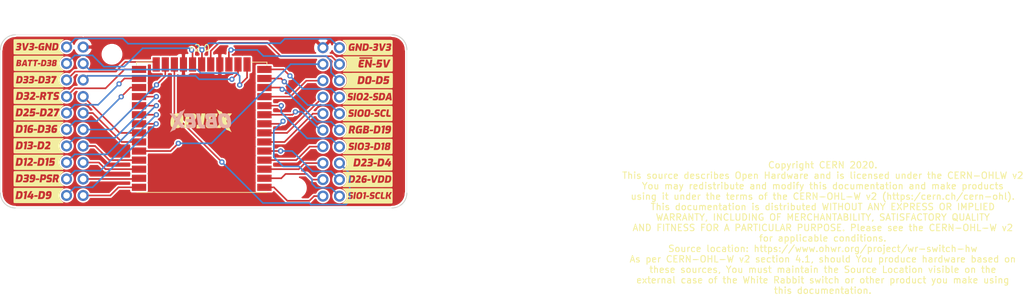
<source format=kicad_pcb>
(kicad_pcb (version 20171130) (host pcbnew "(5.1.10)-1")
  (title_block (title "ProtoBoard for OBJEX Link") (date 2021-11-04) (rev 2.0) (company OBJEX) (comment 1 "Designer: Salvatore Raccardi"))
  (layers (0 F.Cu signal) (31 B.Cu signal) (34 B.Paste user) (35 F.Paste user) (36 B.SilkS user) (37 F.SilkS user) (38 B.Mask user) (39 F.Mask user) (44 Edge.Cuts user))
  (net 0 "")
  (net 1 +3V3)
  (net 2 +5V)
  (net 3 /IO5)
  (net 4 /SDA)
  (net 5 /SCL)
  (net 6 /IO19)
  (net 7 /IO18)
  (net 8 /IO4)
  (net 9 /VDD_SDIO)
  (net 10 /SCLK)
  (net 11 /SIO2)
  (net 12 /SIO0)
  (net 13 /RGB-OUT)
  (net 14 /SIO3)
  (net 15 /IO23)
  (net 16 /IO26)
  (net 17 /SIO1)
  (net 18 GND)
  (net 19 /IO33)
  (net 20 /IO32)
  (net 21 /IO25)
  (net 22 /IO16)
  (net 23 /IO13)
  (net 24 /IO12)
  (net 25 /IO14)
  (net 26 /IO27)
  (net 27 /IO2)
  (net 28 /IO15)
  (net 29 /PSRAM)
  (net 30 /IO9)
  (net 31 /GPIO0)
  (net 32 /PWR_EN)
  (net 33 /IO39)
  (net 34 +BATT)
  (net 35 /IO38)
  (net 36 /IO37)
  (net 37 /EN)
  (net 38 /IO36)
  (module KicadLibrary:socket_11 (layer F.Cu) (at 148.66366 92.10802)
    (fp_text reference G*** hide)
    (fp_text value LOGO hide)
  )
  (module KicadLibrary:socket_12 (layer F.Cu) (at 148.6662 94.65818)
    (fp_text reference G*** hide)
    (fp_text value LOGO hide)
  )
  (module KicadLibrary:socket_8 (layer F.Cu) (at 98.07702 92.0115)
    (fp_text reference G*** hide)
    (fp_text value LOGO hide)
  )
  (module KicadLibrary:socket_7 (layer F.Cu) (at 98.08718 94.54896)
    (fp_text reference G*** hide)
    (fp_text value LOGO hide)
  )
  (module Connector_PinHeader_2.54mm:PinHeader_1x10_P2.54mm_Vertical (layer F.Cu) (at 144.3228 89.6112)
    (fp_text reference J2)
    (fp_text value Conn_01x10)
    (pad 1 thru_hole circle (at 0 0) (size 1.7 1.7) (drill 1) (layers *.Cu *.Mask) (net 1 +3V3))
    (pad 2 thru_hole oval (at 0 2.54) (size 1.7 1.7) (drill 1) (layers *.Cu *.Mask) (net 2 +5V))
    (pad 3 thru_hole oval (at 0 5.08) (size 1.7 1.7) (drill 1) (layers *.Cu *.Mask) (net 3 /IO5))
    (pad 4 thru_hole oval (at 0 7.62) (size 1.7 1.7) (drill 1) (layers *.Cu *.Mask) (net 4 /SDA))
    (pad 5 thru_hole oval (at 0 10.16) (size 1.7 1.7) (drill 1) (layers *.Cu *.Mask) (net 5 /SCL))
    (pad 6 thru_hole oval (at 0 12.7) (size 1.7 1.7) (drill 1) (layers *.Cu *.Mask) (net 6 /IO19))
    (pad 7 thru_hole oval (at 0 15.24) (size 1.7 1.7) (drill 1) (layers *.Cu *.Mask) (net 7 /IO18))
    (pad 8 thru_hole oval (at 0 17.78) (size 1.7 1.7) (drill 1) (layers *.Cu *.Mask) (net 8 /IO4))
    (pad 9 thru_hole oval (at 0 20.32) (size 1.7 1.7) (drill 1) (layers *.Cu *.Mask) (net 9 /VDD_SDIO))
    (pad 10 thru_hole oval (at 0 22.86) (size 1.7 1.7) (drill 1) (layers *.Cu *.Mask) (net 10 /SCLK))
  )
  (module Connector_PinHeader_2.54mm:PinHeader_1x10_P2.54mm_Vertical (layer F.Cu) (at 141.7828 89.6112)
    (fp_text reference J1)
    (fp_text value Conn_01x10)
    (pad 10 thru_hole oval (at 0 22.86) (size 1.7 1.7) (drill 1) (layers *.Cu *.Mask) (net 17 /SIO1))
    (pad 9 thru_hole oval (at 0 20.32) (size 1.7 1.7) (drill 1) (layers *.Cu *.Mask) (net 16 /IO26))
    (pad 8 thru_hole oval (at 0 17.78) (size 1.7 1.7) (drill 1) (layers *.Cu *.Mask) (net 15 /IO23))
    (pad 7 thru_hole oval (at 0 15.24) (size 1.7 1.7) (drill 1) (layers *.Cu *.Mask) (net 14 /SIO3))
    (pad 6 thru_hole oval (at 0 12.7) (size 1.7 1.7) (drill 1) (layers *.Cu *.Mask) (net 13 /RGB-OUT))
    (pad 5 thru_hole oval (at 0 10.16) (size 1.7 1.7) (drill 1) (layers *.Cu *.Mask) (net 12 /SIO0))
    (pad 4 thru_hole oval (at 0 7.62) (size 1.7 1.7) (drill 1) (layers *.Cu *.Mask) (net 11 /SIO2))
    (pad 3 thru_hole oval (at 0 5.08) (size 1.7 1.7) (drill 1) (layers *.Cu *.Mask) (net 31 /GPIO0))
    (pad 2 thru_hole oval (at 0 2.54) (size 1.7 1.7) (drill 1) (layers *.Cu *.Mask) (net 32 /PWR_EN))
    (pad 1 thru_hole circle (at 0 0) (size 1.7 1.7) (drill 1) (layers *.Cu *.Mask) (net 18 GND))
  )
  (module Connector_PinHeader_2.54mm:PinHeader_1x10_P2.54mm_Vertical (layer F.Cu) (at 104.9147 112.37468 180)
    (fp_text reference J4)
    (fp_text value Conn_01x10)
    (pad 10 thru_hole oval (at 0 22.86 180) (size 1.7 1.7) (drill 1) (layers *.Cu *.Mask) (net 18 GND))
    (pad 9 thru_hole oval (at 0 20.32 180) (size 1.7 1.7) (drill 1) (layers *.Cu *.Mask) (net 35 /IO38))
    (pad 8 thru_hole oval (at 0 17.78 180) (size 1.7 1.7) (drill 1) (layers *.Cu *.Mask) (net 36 /IO37))
    (pad 7 thru_hole oval (at 0 15.24 180) (size 1.7 1.7) (drill 1) (layers *.Cu *.Mask) (net 37 /EN))
    (pad 6 thru_hole oval (at 0 12.7 180) (size 1.7 1.7) (drill 1) (layers *.Cu *.Mask) (net 26 /IO27))
    (pad 5 thru_hole oval (at 0 10.16 180) (size 1.7 1.7) (drill 1) (layers *.Cu *.Mask) (net 38 /IO36))
    (pad 4 thru_hole oval (at 0 7.62 180) (size 1.7 1.7) (drill 1) (layers *.Cu *.Mask) (net 27 /IO2))
    (pad 3 thru_hole oval (at 0 5.08 180) (size 1.7 1.7) (drill 1) (layers *.Cu *.Mask) (net 28 /IO15))
    (pad 2 thru_hole oval (at 0 2.54 180) (size 1.7 1.7) (drill 1) (layers *.Cu *.Mask) (net 29 /PSRAM))
    (pad 1 thru_hole circle (at 0 0 180) (size 1.7 1.7) (drill 1) (layers *.Cu *.Mask) (net 30 /IO9))
  )
  (module Connector_PinHeader_2.54mm:PinHeader_1x10_P2.54mm_Vertical (layer F.Cu) (at 102.362 112.3696 180)
    (fp_text reference J3)
    (fp_text value Conn_01x10)
    (pad 1 thru_hole circle (at 0 0 180) (size 1.7 1.7) (drill 1) (layers *.Cu *.Mask) (net 25 /IO14))
    (pad 2 thru_hole oval (at 0 2.54 180) (size 1.7 1.7) (drill 1) (layers *.Cu *.Mask) (net 33 /IO39))
    (pad 3 thru_hole oval (at 0 5.08 180) (size 1.7 1.7) (drill 1) (layers *.Cu *.Mask) (net 24 /IO12))
    (pad 4 thru_hole oval (at 0 7.62 180) (size 1.7 1.7) (drill 1) (layers *.Cu *.Mask) (net 23 /IO13))
    (pad 5 thru_hole oval (at 0 10.16 180) (size 1.7 1.7) (drill 1) (layers *.Cu *.Mask) (net 22 /IO16))
    (pad 6 thru_hole oval (at 0 12.7 180) (size 1.7 1.7) (drill 1) (layers *.Cu *.Mask) (net 21 /IO25))
    (pad 7 thru_hole oval (at 0 15.24 180) (size 1.7 1.7) (drill 1) (layers *.Cu *.Mask) (net 20 /IO32))
    (pad 8 thru_hole oval (at 0 17.78 180) (size 1.7 1.7) (drill 1) (layers *.Cu *.Mask) (net 19 /IO33))
    (pad 9 thru_hole oval (at 0 20.32 180) (size 1.7 1.7) (drill 1) (layers *.Cu *.Mask) (net 34 +BATT))
    (pad 10 thru_hole oval (at 0 22.86 180) (size 1.7 1.7) (drill 1) (layers *.Cu *.Mask) (net 1 +3V3))
  )
  (module KicadLibrary:socket_20 (layer F.Cu) (at 148.6281 112.4331)
    (fp_text reference G*** hide)
    (fp_text value LOGO hide)
  )
  (module KicadLibrary:socket_19 (layer F.Cu) (at 148.6281 109.8931)
    (fp_text reference G*** hide)
    (fp_text value LOGO hide)
  )
  (module KicadLibrary:socket_18 (layer F.Cu) (at 148.6281 107.3531)
    (fp_text reference G*** hide)
    (fp_text value LOGO hide)
  )
  (module KicadLibrary:socket_17 (layer F.Cu) (at 148.6281 104.8131)
    (fp_text reference G*** hide)
    (fp_text value LOGO hide)
  )
  (module KicadLibrary:socket_16 (layer F.Cu) (at 148.6281 102.2731)
    (fp_text reference G*** hide)
    (fp_text value LOGO hide)
  )
  (module KicadLibrary:socket_15 (layer F.Cu) (at 148.6281 99.7331)
    (fp_text reference G*** hide)
    (fp_text value LOGO hide)
  )
  (module KicadLibrary:socket_14 (layer F.Cu) (at 148.6281 97.1931)
    (fp_text reference G*** hide)
    (fp_text value LOGO hide)
  )
  (module KicadLibrary:socket_11 (layer F.Cu) (at 148.6281 89.5731)
    (fp_text reference G*** hide)
    (fp_text value LOGO hide)
  )
  (module KicadLibrary:socket_10 (layer F.Cu) (at 98.0694 89.4715)
    (fp_text reference G*** hide)
    (fp_text value LOGO hide)
  )
  (module KicadLibrary:socket_7 (layer F.Cu) (at 98.0694 97.0915)
    (fp_text reference G*** hide)
    (fp_text value LOGO hide)
  )
  (module KicadLibrary:socket_6 (layer F.Cu) (at 98.0694 99.6315)
    (fp_text reference G*** hide)
    (fp_text value LOGO hide)
  )
  (module KicadLibrary:socket_5 (layer F.Cu) (at 98.0694 102.1715)
    (fp_text reference G*** hide)
    (fp_text value LOGO hide)
  )
  (module KicadLibrary:socket_4 (layer F.Cu) (at 98.0694 104.7115)
    (fp_text reference G*** hide)
    (fp_text value LOGO hide)
  )
  (module KicadLibrary:socket_3 (layer F.Cu) (at 98.0694 107.2515)
    (fp_text reference G*** hide)
    (fp_text value LOGO hide)
  )
  (module KicadLibrary:socket_2 (layer F.Cu) (at 98.0694 109.7915)
    (fp_text reference G*** hide)
    (fp_text value LOGO hide)
  )
  (module KicadLibrary:socket_1 (layer F.Cu) (at 98.0694 112.3696)
    (fp_text reference G*** hide)
    (fp_text value LOGO hide)
  )
  (module KicadLibrary:logov2-big (layer B.Cu) (at 123.063 100.965 180)
    (fp_text reference G*** hide)
    (fp_text value LOGO hide)
  )
  (module KicadLibrary:logov2-big (layer F.Cu) (at 122.936 100.965)
    (fp_text reference G*** hide)
    (fp_text value LOGO hide)
  )
  (module MountingHole:MountingHole_2.7mm_M2.5 (layer F.Cu) (at 137.6934 111.2266)
    (fp_text reference REF**)
    (fp_text value MountingHole_2.7mm_M2.5)
    (pad 1 np_thru_hole circle (at 0 0) (size 2.7 2.7) (drill 2.7) (layers *.Cu *.Mask))
  )
  (module MountingHole:MountingHole_2.7mm_M2.5 (layer F.Cu) (at 109.347 90.6272)
    (fp_text reference REF**)
    (fp_text value MountingHole_2.7mm_M2.5)
    (pad 1 np_thru_hole circle (at 0 0) (size 2.7 2.7) (drill 2.7) (layers *.Cu *.Mask))
  )
  (module Connector:OBJEX_Link-Pads (layer F.Cu) (at 123.13158 91.45778)
    (fp_text reference U1)
    (fp_text value OBJEX_SOCKET_V2-pads)
    (pad 26 smd rect (at -9.6266 1.4986) (size 2.2 1.1) (layers F.Cu F.Paste F.Mask) (net 20 /IO32))
    (pad 27 smd rect (at -9.6266 2.8956) (size 2.2 1.1) (layers F.Cu F.Paste F.Mask) (net 21 /IO25))
    (pad 28 smd rect (at -9.6266 4.2926) (size 2.2 1.1) (layers F.Cu F.Paste F.Mask) (net 22 /IO16))
    (pad 29 smd rect (at -9.6266 5.6896) (size 2.2 1.1) (layers F.Cu F.Paste F.Mask) (net 23 /IO13))
    (pad 30 smd rect (at -9.6266 7.0866) (size 2.2 1.1) (layers F.Cu F.Paste F.Mask) (net 24 /IO12))
    (pad 32 smd rect (at -9.6266 9.8806) (size 2.2 1.1) (layers F.Cu F.Paste F.Mask) (net 25 /IO14))
    (pad 33 smd rect (at -9.6266 11.2776) (size 2.2 1.1) (layers F.Cu F.Paste F.Mask) (net 37 /EN))
    (pad 31 smd rect (at -9.6266 8.4836) (size 2.2 1.1) (layers F.Cu F.Paste F.Mask) (net 33 /IO39))
    (pad 34 smd rect (at -9.6266 12.6746) (size 2.2 1.1) (layers F.Cu F.Paste F.Mask) (net 26 /IO27))
    (pad 36 smd rect (at -9.6266 15.4686) (size 2.2 1.1) (layers F.Cu F.Paste F.Mask) (net 27 /IO2))
    (pad 37 smd rect (at -9.6266 16.8656) (size 2.2 1.1) (layers F.Cu F.Paste F.Mask) (net 28 /IO15))
    (pad 35 smd rect (at -9.6266 14.0716) (size 2.2 1.1) (layers F.Cu F.Paste F.Mask) (net 32 /PWR_EN))
    (pad 39 smd rect (at -9.6266 19.6596) (size 2.2 1.1) (layers F.Cu F.Paste F.Mask) (net 30 /IO9))
    (pad 38 smd rect (at -9.6266 18.2626) (size 2.2 1.1) (layers F.Cu F.Paste F.Mask) (net 29 /PSRAM))
    (pad 14 smd rect (at 9.652 1.4986) (size 2.2 1.1) (layers F.Cu F.Paste F.Mask) (net 4 /SDA))
    (pad 5 smd rect (at 9.652 14.0716) (size 2.2 1.1) (layers F.Cu F.Paste F.Mask) (net 9 /VDD_SDIO))
    (pad 3 smd rect (at 9.652 16.8656) (size 2.2 1.1) (layers F.Cu F.Paste F.Mask) (net 15 /IO23))
    (pad 4 smd rect (at 9.652 15.4686) (size 2.2 1.1) (layers F.Cu F.Paste F.Mask) (net 14 /SIO3))
    (pad 6 smd rect (at 9.652 12.6746) (size 2.2 1.1) (layers F.Cu F.Paste F.Mask) (net 12 /SIO0))
    (pad 1 smd rect (at 9.652 19.6596) (size 2.2 1.1) (layers F.Cu F.Paste F.Mask) (net 17 /SIO1))
    (pad 2 smd rect (at 9.652 18.2626) (size 2.2 1.1) (layers F.Cu F.Paste F.Mask) (net 16 /IO26))
    (pad 12 smd rect (at 9.652 4.2926) (size 2.2 1.1) (layers F.Cu F.Paste F.Mask) (net 6 /IO19))
    (pad 11 smd rect (at 9.652 5.6896) (size 2.2 1.1) (layers F.Cu F.Paste F.Mask) (net 31 /GPIO0))
    (pad 9 smd rect (at 9.652 8.4836) (size 2.2 1.1) (layers F.Cu F.Paste F.Mask) (net 13 /RGB-OUT))
    (pad 7 smd rect (at 9.652 11.2776) (size 2.2 1.1) (layers F.Cu F.Paste F.Mask) (net 11 /SIO2))
    (pad 8 smd rect (at 9.652 9.8806) (size 2.2 1.1) (layers F.Cu F.Paste F.Mask) (net 10 /SCLK))
    (pad 10 smd rect (at 9.652 7.0866) (size 2.2 1.1) (layers F.Cu F.Paste F.Mask) (net 7 /IO18))
    (pad 13 smd rect (at 9.652 2.8956) (size 2.2 1.1) (layers F.Cu F.Paste F.Mask) (net 5 /SCL))
    (pad 23 smd rect (at -4.191 0.7366 90) (size 2.2 1.1) (layers F.Cu F.Paste F.Mask) (net 8 /IO4))
    (pad 18 smd rect (at 2.794 0.7366 90) (size 2.2 1.1) (layers F.Cu F.Paste F.Mask) (net 18 GND))
    (pad 21 smd rect (at -1.397 0.7366 90) (size 2.2 1.1) (layers F.Cu F.Paste F.Mask) (net 34 +BATT))
    (pad 20 smd rect (at 0 0.7366 90) (size 2.2 1.1) (layers F.Cu F.Paste F.Mask) (net 1 +3V3))
    (pad 19 smd rect (at 1.397 0.7366 90) (size 2.2 1.1) (layers F.Cu F.Paste F.Mask) (net 2 +5V))
    (pad 16 smd rect (at 5.588 0.7366 90) (size 2.2 1.1) (layers F.Cu F.Paste F.Mask) (net 36 /IO37))
    (pad 22 smd rect (at -2.794 0.7366 90) (size 2.2 1.1) (layers F.Cu F.Paste F.Mask) (net 18 GND))
    (pad 25 smd rect (at -6.985 0.7366 90) (size 2.2 1.1) (layers F.Cu F.Paste F.Mask) (net 19 /IO33))
    (pad 24 smd rect (at -5.588 0.7366 90) (size 2.2 1.1) (layers F.Cu F.Paste F.Mask) (net 38 /IO36))
    (pad 15 smd rect (at 6.985 0.7366 90) (size 2.2 1.1) (layers F.Cu F.Paste F.Mask) (net 35 /IO38))
    (pad 17 smd rect (at 4.191 0.7366 90) (size 2.2 1.1) (layers F.Cu F.Paste F.Mask) (net 3 /IO5))
  )
  (gr_text "Copyright CERN 2020.\nThis source describes Open Hardware and is licensed under the CERN-OHLW v2\nYou may redistribute and modify this documentation and make products\nusing it under the terms of the CERN-OHL-W v2 (https:/cern.ch/cern-ohl).\nThis documentation is distributed WITHOUT ANY EXPRESS OR IMPLIED\nWARRANTY, INCLUDING OF MERCHANTABILITY, SATISFACTORY QUALITY\nAND FITNESS FOR A PARTICULAR PURPOSE. Please see the CERN-OHL-W v2\nfor applicable conditions.\nSource location: https://www.ohwr.org/project/wr-switch-hw\nAs per CERN-OHL-W v2 section 4.1, should You produce hardware based on\nthese sources, You must maintain the Source Location visible on the\nexternal case of the White Rabbit switch or other product you make using\nthis documentation." (at 218.6432 117.348) (layer F.SilkS) (effects (font (size 1 1))))
  (gr_text v2.0 (at 122.809 89.662) (layer F.SilkS) (effects (font (size 1 1))))
  (gr_line (start 92.202 112.014) (end 92.202 89.916) (layer Edge.Cuts) (width 0.05))
  (gr_line (start 152.4 114.3) (end 94.488 114.3) (layer Edge.Cuts) (width 0.05))
  (gr_line (start 154.686 89.916) (end 154.686 112.014) (layer Edge.Cuts) (width 0.05))
  (gr_line (start 94.488 87.63) (end 152.4 87.63) (layer Edge.Cuts) (width 0.05))
  (gr_arc (start 94.488 89.916) (end 94.488 87.63) (angle -90) (layer Edge.Cuts) (width 0.15))
  (gr_arc (start 152.4 89.916) (end 154.686 89.916) (angle -90) (layer Edge.Cuts) (width 0.15))
  (gr_arc (start 152.4 112.014) (end 152.4 114.3) (angle -90) (layer Edge.Cuts) (width 0.15))
  (gr_arc (start 94.488 112.014) (end 92.202 112.014) (angle -90) (layer Edge.Cuts) (width 0.15))
  (segment (start 144.3228 89.6112) (end 142.95882 88.24722) (width 0.25) (layer B.Cu) (net 1))
  (segment (start 142.95882 88.24722) (end 135.90778 88.24722) (width 0.25) (layer B.Cu) (net 1))
  (segment (start 135.90778 88.24722) (end 135.2296 88.9254) (width 0.25) (layer B.Cu) (net 1))
  (segment (start 135.2296 88.9254) (end 124.20854 88.9254) (width 0.25) (layer B.Cu) (net 1))
  (segment (start 124.20854 88.9254) (end 123.18238 89.95156) (width 0.25) (layer B.Cu) (net 1))
  (segment (start 123.18238 89.95156) (end 123.18238 89.95156) (width 0.25) (layer B.Cu) (net 1))
  (via (at 123.18238 89.95156) (size 0.8) (drill 0.4) (layers F.Cu B.Cu) (net 1))
  (segment (start 123.18238 92.14358) (end 123.13158 92.19438) (width 0.25) (layer F.Cu) (net 1))
  (segment (start 123.18238 89.95156) (end 123.18238 92.14358) (width 0.25) (layer F.Cu) (net 1))
  (segment (start 102.362 89.5096) (end 103.6828 88.1888) (width 0.25) (layer B.Cu) (net 1))
  (segment (start 123.18238 89.95156) (end 122.22988 88.99906) (width 0.25) (layer B.Cu) (net 1))
  (segment (start 122.22988 88.99906) (end 111.82096 88.99906) (width 0.25) (layer B.Cu) (net 1))
  (segment (start 111.0107 88.1888) (end 103.6828 88.1888) (width 0.25) (layer B.Cu) (net 1))
  (segment (start 111.82096 88.99906) (end 111.0107 88.1888) (width 0.25) (layer B.Cu) (net 1))
  (segment (start 143.10106 90.92946) (end 144.3228 92.1512) (width 0.25) (layer F.Cu) (net 2))
  (segment (start 135.2931 90.92946) (end 143.10106 90.92946) (width 0.25) (layer F.Cu) (net 2))
  (segment (start 133.21792 88.85428) (end 135.2931 90.92946) (width 0.25) (layer F.Cu) (net 2))
  (segment (start 125.80112 88.85428) (end 133.21792 88.85428) (width 0.25) (layer F.Cu) (net 2))
  (segment (start 124.52858 90.12682) (end 125.80112 88.85428) (width 0.25) (layer F.Cu) (net 2))
  (segment (start 124.52858 92.19438) (end 124.52858 90.12682) (width 0.25) (layer F.Cu) (net 2))
  (segment (start 144.3228 94.6912) (end 143.03248 93.40088) (width 0.25) (layer B.Cu) (net 3))
  (segment (start 143.03248 91.661878) (end 142.264502 90.8939) (width 0.25) (layer B.Cu) (net 3))
  (segment (start 143.03248 93.40088) (end 143.03248 91.661878) (width 0.25) (layer B.Cu) (net 3))
  (segment (start 142.264502 90.8939) (end 132.6261 90.8939) (width 0.25) (layer B.Cu) (net 3))
  (segment (start 132.6261 90.8939) (end 131.69138 89.95918) (width 0.25) (layer B.Cu) (net 3))
  (segment (start 131.69138 89.95918) (end 127.64262 89.95918) (width 0.25) (layer B.Cu) (net 3))
  (segment (start 127.64262 89.95918) (end 127.64262 89.95918) (width 0.25) (layer B.Cu) (net 3))
  (via (at 127.64262 89.95918) (size 0.8) (drill 0.4) (layers F.Cu B.Cu) (net 3))
  (segment (start 127.32258 90.27922) (end 127.64262 89.95918) (width 0.25) (layer F.Cu) (net 3))
  (segment (start 127.32258 92.19438) (end 127.32258 90.27922) (width 0.25) (layer F.Cu) (net 3))
  (segment (start 132.78358 92.95638) (end 135.7122 92.95638) (width 0.25) (layer F.Cu) (net 4))
  (segment (start 135.7122 92.95638) (end 136.71296 93.95714) (width 0.25) (layer F.Cu) (net 4))
  (segment (start 136.71296 93.95714) (end 136.71296 93.95714) (width 0.25) (layer F.Cu) (net 4))
  (via (at 136.71296 93.95714) (size 0.8) (drill 0.4) (layers F.Cu B.Cu) (net 4))
  (segment (start 144.3228 97.2312) (end 143.0528 95.9612) (width 0.25) (layer B.Cu) (net 4))
  (segment (start 138.71702 95.9612) (end 136.71296 93.95714) (width 0.25) (layer B.Cu) (net 4))
  (segment (start 143.0528 95.9612) (end 138.71702 95.9612) (width 0.25) (layer B.Cu) (net 4))
  (segment (start 132.78358 94.35338) (end 135.34644 94.35338) (width 0.25) (layer F.Cu) (net 5))
  (segment (start 135.34644 94.35338) (end 135.83666 94.8436) (width 0.25) (layer F.Cu) (net 5))
  (segment (start 135.83666 94.8436) (end 135.83666 94.8436) (width 0.25) (layer F.Cu) (net 5))
  (via (at 135.83666 94.8436) (size 0.8) (drill 0.4) (layers F.Cu B.Cu) (net 5))
  (segment (start 135.83666 94.8436) (end 139.45108 98.45802) (width 0.25) (layer B.Cu) (net 5))
  (segment (start 143.00962 98.45802) (end 144.3228 99.7712) (width 0.25) (layer B.Cu) (net 5))
  (segment (start 139.45108 98.45802) (end 143.00962 98.45802) (width 0.25) (layer B.Cu) (net 5))
  (segment (start 132.78358 95.75038) (end 135.23468 95.75038) (width 0.25) (layer F.Cu) (net 6))
  (segment (start 135.23468 95.75038) (end 135.51154 96.02724) (width 0.25) (layer F.Cu) (net 6))
  (segment (start 135.51154 96.02724) (end 135.51154 96.02724) (width 0.25) (layer F.Cu) (net 6))
  (via (at 135.51154 96.02724) (size 0.8) (drill 0.4) (layers F.Cu B.Cu) (net 6))
  (segment (start 144.3228 102.3112) (end 143.0401 101.0285) (width 0.25) (layer B.Cu) (net 6))
  (segment (start 143.0401 101.0285) (end 140.86586 101.0285) (width 0.25) (layer B.Cu) (net 6))
  (segment (start 135.8646 96.02724) (end 135.51154 96.02724) (width 0.25) (layer B.Cu) (net 6))
  (segment (start 140.86586 101.0285) (end 135.8646 96.02724) (width 0.25) (layer B.Cu) (net 6))
  (segment (start 132.78358 98.54438) (end 135.37184 98.54438) (width 0.25) (layer F.Cu) (net 7))
  (segment (start 135.37184 98.54438) (end 135.37184 98.54438) (width 0.25) (layer F.Cu) (net 7))
  (via (at 135.37184 98.54438) (size 0.8) (drill 0.4) (layers F.Cu B.Cu) (net 7))
  (segment (start 135.37184 98.54438) (end 135.37184 99.58832) (width 0.25) (layer B.Cu) (net 7))
  (segment (start 135.37184 99.58832) (end 139.34694 103.56342) (width 0.25) (layer B.Cu) (net 7))
  (segment (start 143.03502 103.56342) (end 144.3228 104.8512) (width 0.25) (layer B.Cu) (net 7))
  (segment (start 139.34694 103.56342) (end 143.03502 103.56342) (width 0.25) (layer B.Cu) (net 7))
  (segment (start 118.94058 92.19438) (end 118.94058 99.9236) (width 0.25) (layer F.Cu) (net 8))
  (segment (start 118.94058 99.9236) (end 126.24308 107.2261) (width 0.25) (layer F.Cu) (net 8))
  (segment (start 126.24308 107.2261) (end 126.24308 107.2261) (width 0.25) (layer F.Cu) (net 8))
  (via (at 126.24308 107.2261) (size 0.8) (drill 0.4) (layers F.Cu B.Cu) (net 8))
  (segment (start 126.24308 107.2261) (end 132.54736 113.53038) (width 0.25) (layer B.Cu) (net 8))
  (segment (start 132.54736 113.53038) (end 139.68476 113.53038) (width 0.25) (layer B.Cu) (net 8))
  (segment (start 139.68476 113.53038) (end 139.93876 113.78438) (width 0.25) (layer B.Cu) (net 8))
  (segment (start 139.93876 113.78438) (end 145.30324 113.78438) (width 0.25) (layer B.Cu) (net 8))
  (segment (start 145.30324 113.78438) (end 145.90268 113.18494) (width 0.25) (layer B.Cu) (net 8))
  (segment (start 145.90268 108.97108) (end 144.3228 107.3912) (width 0.25) (layer B.Cu) (net 8))
  (segment (start 145.90268 113.18494) (end 145.90268 108.97108) (width 0.25) (layer B.Cu) (net 8))
  (segment (start 132.78358 105.52938) (end 135.27786 105.52938) (width 0.25) (layer F.Cu) (net 9))
  (segment (start 135.27786 105.52938) (end 135.27786 105.52938) (width 0.25) (layer F.Cu) (net 9))
  (via (at 135.27786 105.52938) (size 0.8) (drill 0.4) (layers F.Cu B.Cu) (net 9))
  (segment (start 135.27786 105.52938) (end 137.05586 105.52938) (width 0.25) (layer B.Cu) (net 9))
  (segment (start 137.05586 105.52938) (end 140.1826 108.65612) (width 0.25) (layer B.Cu) (net 9))
  (segment (start 143.04772 108.65612) (end 144.3228 109.9312) (width 0.25) (layer B.Cu) (net 9))
  (segment (start 140.1826 108.65612) (end 143.04772 108.65612) (width 0.25) (layer B.Cu) (net 9))
  (segment (start 132.78358 101.33838) (end 135.2423 101.33838) (width 0.25) (layer F.Cu) (net 10))
  (segment (start 135.2423 101.33838) (end 135.64616 100.93452) (width 0.25) (layer F.Cu) (net 10))
  (segment (start 135.64616 100.93452) (end 135.64616 100.93452) (width 0.25) (layer F.Cu) (net 10))
  (via (at 135.64616 100.93452) (size 0.8) (drill 0.4) (layers F.Cu B.Cu) (net 10))
  (segment (start 135.64616 100.93452) (end 134.23138 102.3493) (width 0.25) (layer B.Cu) (net 10))
  (segment (start 134.23138 105.555902) (end 134.22376 105.563522) (width 0.25) (layer B.Cu) (net 10))
  (segment (start 134.23138 102.3493) (end 134.23138 105.555902) (width 0.25) (layer B.Cu) (net 10))
  (segment (start 134.22376 105.563522) (end 134.22376 106.46156) (width 0.25) (layer B.Cu) (net 10))
  (segment (start 134.22376 106.46156) (end 135.66648 107.90428) (width 0.25) (layer B.Cu) (net 10))
  (segment (start 135.66648 107.90428) (end 138.10742 107.90428) (width 0.25) (layer B.Cu) (net 10))
  (segment (start 138.10742 107.90428) (end 140.1064 109.90326) (width 0.25) (layer B.Cu) (net 10))
  (segment (start 140.1064 109.90326) (end 140.1064 110.56366) (width 0.25) (layer B.Cu) (net 10))
  (segment (start 140.1064 110.56366) (end 140.73378 111.19104) (width 0.25) (layer B.Cu) (net 10))
  (segment (start 143.04264 111.19104) (end 144.3228 112.4712) (width 0.25) (layer B.Cu) (net 10))
  (segment (start 140.73378 111.19104) (end 143.04264 111.19104) (width 0.25) (layer B.Cu) (net 10))
  (segment (start 136.27862 102.73538) (end 141.7828 97.2312) (width 0.25) (layer F.Cu) (net 11))
  (segment (start 132.78358 102.73538) (end 136.27862 102.73538) (width 0.25) (layer F.Cu) (net 11))
  (segment (start 132.78358 104.13238) (end 135.87476 104.13238) (width 0.25) (layer F.Cu) (net 12))
  (segment (start 140.23594 99.7712) (end 141.7828 99.7712) (width 0.25) (layer F.Cu) (net 12))
  (segment (start 135.87476 104.13238) (end 140.23594 99.7712) (width 0.25) (layer F.Cu) (net 12))
  (segment (start 132.78358 99.94138) (end 136.7155 99.94138) (width 0.25) (layer F.Cu) (net 13))
  (segment (start 136.7155 99.94138) (end 136.7155 99.94138) (width 0.25) (layer F.Cu) (net 13))
  (segment (start 136.7155 99.94138) (end 137.0965 99.94138) (width 0.25) (layer F.Cu) (net 13))
  (segment (start 137.0965 99.94138) (end 137.54862 99.48926) (width 0.25) (layer F.Cu) (net 13))
  (segment (start 137.54862 99.48926) (end 137.54862 99.48926) (width 0.25) (layer F.Cu) (net 13))
  (via (at 137.54862 99.48926) (size 0.8) (drill 0.4) (layers F.Cu B.Cu) (net 13))
  (segment (start 137.54862 99.48926) (end 138.54684 99.48926) (width 0.25) (layer B.Cu) (net 13))
  (segment (start 141.36878 102.3112) (end 141.7828 102.3112) (width 0.25) (layer B.Cu) (net 13))
  (segment (start 138.54684 99.48926) (end 141.36878 102.3112) (width 0.25) (layer B.Cu) (net 13))
  (segment (start 132.78358 106.92638) (end 137.67562 106.92638) (width 0.25) (layer F.Cu) (net 14))
  (segment (start 139.7508 104.8512) (end 141.7828 104.8512) (width 0.25) (layer F.Cu) (net 14))
  (segment (start 137.67562 106.92638) (end 139.7508 104.8512) (width 0.25) (layer F.Cu) (net 14))
  (segment (start 132.78358 108.32338) (end 138.06932 108.32338) (width 0.25) (layer F.Cu) (net 15))
  (segment (start 139.0015 107.3912) (end 141.7828 107.3912) (width 0.25) (layer F.Cu) (net 15))
  (segment (start 138.06932 108.32338) (end 139.0015 107.3912) (width 0.25) (layer F.Cu) (net 15))
  (segment (start 132.78358 109.72038) (end 135.37692 109.72038) (width 0.25) (layer F.Cu) (net 16))
  (segment (start 135.37692 109.72038) (end 136.03478 109.06252) (width 0.25) (layer F.Cu) (net 16))
  (segment (start 136.03478 109.06252) (end 139.30122 109.06252) (width 0.25) (layer F.Cu) (net 16))
  (segment (start 140.1699 109.9312) (end 141.7828 109.9312) (width 0.25) (layer F.Cu) (net 16))
  (segment (start 139.30122 109.06252) (end 140.1699 109.9312) (width 0.25) (layer F.Cu) (net 16))
  (segment (start 132.78358 111.11738) (end 134.239 111.11738) (width 0.25) (layer F.Cu) (net 17))
  (segment (start 134.239 111.11738) (end 136.31672 113.1951) (width 0.25) (layer F.Cu) (net 17))
  (segment (start 136.31672 113.1951) (end 139.7 113.1951) (width 0.25) (layer F.Cu) (net 17))
  (segment (start 140.4239 112.4712) (end 141.7828 112.4712) (width 0.25) (layer F.Cu) (net 17))
  (segment (start 139.7 113.1951) (end 140.4239 112.4712) (width 0.25) (layer F.Cu) (net 17))
  (segment (start 116.14658 92.19438) (end 115.75796 91.80576) (width 0.25) (layer F.Cu) (net 19))
  (segment (start 115.75796 91.80576) (end 111.41456 91.80576) (width 0.25) (layer F.Cu) (net 19))
  (segment (start 111.41456 91.80576) (end 109.9312 93.28912) (width 0.25) (layer F.Cu) (net 19))
  (segment (start 103.66248 93.28912) (end 102.362 94.5896) (width 0.25) (layer F.Cu) (net 19))
  (segment (start 109.9312 93.28912) (end 103.66248 93.28912) (width 0.25) (layer F.Cu) (net 19))
  (segment (start 111.26724 92.95638) (end 113.50498 92.95638) (width 0.25) (layer F.Cu) (net 20))
  (segment (start 108.35894 95.86468) (end 111.26724 92.95638) (width 0.25) (layer F.Cu) (net 20))
  (segment (start 103.62692 95.86468) (end 108.35894 95.86468) (width 0.25) (layer F.Cu) (net 20))
  (segment (start 102.362 97.1296) (end 103.62692 95.86468) (width 0.25) (layer F.Cu) (net 20))
  (segment (start 113.50498 94.35338) (end 111.26724 94.35338) (width 0.25) (layer F.Cu) (net 21))
  (segment (start 111.26724 94.35338) (end 110.43158 95.18904) (width 0.25) (layer F.Cu) (net 21))
  (segment (start 110.43158 95.18904) (end 110.43158 95.18904) (width 0.25) (layer F.Cu) (net 21))
  (via (at 110.43158 95.18904) (size 0.8) (drill 0.4) (layers F.Cu B.Cu) (net 21))
  (segment (start 103.531921 98.499679) (end 103.534461 98.499679) (width 0.25) (layer B.Cu) (net 21))
  (segment (start 102.362 99.6696) (end 103.531921 98.499679) (width 0.25) (layer B.Cu) (net 21))
  (segment (start 103.534461 98.499679) (end 103.62946 98.40468) (width 0.25) (layer B.Cu) (net 21))
  (segment (start 107.21594 98.40468) (end 110.43158 95.18904) (width 0.25) (layer B.Cu) (net 21))
  (segment (start 103.62946 98.40468) (end 107.21594 98.40468) (width 0.25) (layer B.Cu) (net 21))
  (segment (start 113.50498 95.75038) (end 112.18672 95.75038) (width 0.25) (layer F.Cu) (net 22))
  (segment (start 112.18672 95.75038) (end 110.76178 97.17532) (width 0.25) (layer F.Cu) (net 22))
  (segment (start 110.76178 97.17532) (end 110.76178 97.17532) (width 0.25) (layer F.Cu) (net 22))
  (via (at 110.76178 97.17532) (size 0.8) (drill 0.4) (layers F.Cu B.Cu) (net 22))
  (segment (start 102.362 102.2096) (end 103.65994 100.91166) (width 0.25) (layer B.Cu) (net 22))
  (segment (start 107.02544 100.91166) (end 110.76178 97.17532) (width 0.25) (layer B.Cu) (net 22))
  (segment (start 103.65994 100.91166) (end 107.02544 100.91166) (width 0.25) (layer B.Cu) (net 22))
  (segment (start 113.50498 97.14738) (end 116.16182 97.14738) (width 0.25) (layer F.Cu) (net 23))
  (segment (start 116.16182 97.14738) (end 116.16182 97.14738) (width 0.25) (layer F.Cu) (net 23))
  (via (at 116.16182 97.14738) (size 0.8) (drill 0.4) (layers F.Cu B.Cu) (net 23))
  (segment (start 102.362 104.7496) (end 103.61168 103.49992) (width 0.25) (layer B.Cu) (net 23))
  (segment (start 109.80928 103.49992) (end 116.16182 97.14738) (width 0.25) (layer B.Cu) (net 23))
  (segment (start 103.61168 103.49992) (end 109.80928 103.49992) (width 0.25) (layer B.Cu) (net 23))
  (segment (start 113.50498 98.54438) (end 116.17198 98.54438) (width 0.25) (layer F.Cu) (net 24))
  (segment (start 116.17198 98.54438) (end 116.17198 98.54438) (width 0.25) (layer F.Cu) (net 24))
  (via (at 116.17198 98.54438) (size 0.8) (drill 0.4) (layers F.Cu B.Cu) (net 24))
  (segment (start 102.362 107.2896) (end 103.61422 106.03738) (width 0.25) (layer B.Cu) (net 24))
  (segment (start 103.61422 106.03738) (end 108.58246 106.03738) (width 0.25) (layer B.Cu) (net 24))
  (segment (start 116.07546 98.54438) (end 116.17198 98.54438) (width 0.25) (layer B.Cu) (net 24))
  (segment (start 108.58246 106.03738) (end 116.07546 98.54438) (width 0.25) (layer B.Cu) (net 24))
  (segment (start 113.50498 101.33838) (end 116.13896 101.33838) (width 0.25) (layer F.Cu) (net 25))
  (segment (start 116.13896 101.33838) (end 116.13896 101.33838) (width 0.25) (layer F.Cu) (net 25))
  (via (at 116.13896 101.33838) (size 0.8) (drill 0.4) (layers F.Cu B.Cu) (net 25))
  (segment (start 102.362 112.3696) (end 103.6193 111.1123) (width 0.25) (layer B.Cu) (net 25))
  (segment (start 106.36504 111.1123) (end 116.13896 101.33838) (width 0.25) (layer B.Cu) (net 25))
  (segment (start 103.6193 111.1123) (end 106.36504 111.1123) (width 0.25) (layer B.Cu) (net 25))
  (segment (start 113.50498 104.13238) (end 110.85068 104.13238) (width 0.25) (layer F.Cu) (net 26))
  (segment (start 106.39298 99.67468) (end 104.9147 99.67468) (width 0.25) (layer F.Cu) (net 26))
  (segment (start 110.85068 104.13238) (end 106.39298 99.67468) (width 0.25) (layer F.Cu) (net 26))
  (segment (start 113.50498 106.92638) (end 108.91774 106.92638) (width 0.25) (layer F.Cu) (net 27))
  (segment (start 106.74604 104.75468) (end 104.9147 104.75468) (width 0.25) (layer F.Cu) (net 27))
  (segment (start 108.91774 106.92638) (end 106.74604 104.75468) (width 0.25) (layer F.Cu) (net 27))
  (segment (start 113.50498 108.32338) (end 108.3564 108.32338) (width 0.25) (layer F.Cu) (net 28))
  (segment (start 107.3277 107.29468) (end 104.9147 107.29468) (width 0.25) (layer F.Cu) (net 28))
  (segment (start 108.3564 108.32338) (end 107.3277 107.29468) (width 0.25) (layer F.Cu) (net 28))
  (segment (start 113.39068 109.83468) (end 113.50498 109.72038) (width 0.25) (layer F.Cu) (net 29))
  (segment (start 104.9147 109.83468) (end 113.39068 109.83468) (width 0.25) (layer F.Cu) (net 29))
  (segment (start 104.9147 112.37468) (end 109.08792 112.37468) (width 0.25) (layer F.Cu) (net 30))
  (segment (start 110.34522 111.11738) (end 113.50498 111.11738) (width 0.25) (layer F.Cu) (net 30))
  (segment (start 109.08792 112.37468) (end 110.34522 111.11738) (width 0.25) (layer F.Cu) (net 30))
  (segment (start 132.78358 97.14738) (end 136.78408 97.14738) (width 0.25) (layer F.Cu) (net 31))
  (segment (start 139.24026 94.6912) (end 141.7828 94.6912) (width 0.25) (layer F.Cu) (net 31))
  (segment (start 136.78408 97.14738) (end 139.24026 94.6912) (width 0.25) (layer F.Cu) (net 31))
  (segment (start 113.50498 105.52938) (end 118.35384 105.52938) (width 0.25) (layer F.Cu) (net 32))
  (segment (start 118.35384 105.52938) (end 119.5451 104.33812) (width 0.25) (layer F.Cu) (net 32))
  (segment (start 119.5451 104.33812) (end 119.5451 104.33812) (width 0.25) (layer F.Cu) (net 32))
  (via (at 119.5451 104.33812) (size 0.8) (drill 0.4) (layers F.Cu B.Cu) (net 32))
  (segment (start 124.63018 104.33812) (end 119.5451 104.33812) (width 0.25) (layer B.Cu) (net 32))
  (segment (start 136.8171 92.1512) (end 124.63018 104.33812) (width 0.25) (layer B.Cu) (net 32))
  (segment (start 141.7828 92.1512) (end 136.8171 92.1512) (width 0.25) (layer B.Cu) (net 32))
  (segment (start 113.50498 99.94138) (end 116.16182 99.94138) (width 0.25) (layer F.Cu) (net 33))
  (segment (start 116.16182 99.94138) (end 116.16182 99.94138) (width 0.25) (layer F.Cu) (net 33))
  (via (at 116.16182 99.94138) (size 0.8) (drill 0.4) (layers F.Cu B.Cu) (net 33))
  (segment (start 102.362 109.8296) (end 103.64216 108.54944) (width 0.25) (layer B.Cu) (net 33))
  (segment (start 107.55376 108.54944) (end 116.16182 99.94138) (width 0.25) (layer B.Cu) (net 33))
  (segment (start 103.64216 108.54944) (end 107.55376 108.54944) (width 0.25) (layer B.Cu) (net 33))
  (segment (start 102.362 92.0496) (end 103.61676 90.79484) (width 0.25) (layer B.Cu) (net 34))
  (segment (start 103.61676 90.79484) (end 106.35742 90.79484) (width 0.25) (layer B.Cu) (net 34))
  (segment (start 106.35742 90.79484) (end 108.09435 92.53177) (width 0.25) (layer B.Cu) (net 34))
  (segment (start 108.09435 92.53177) (end 111.22195 92.53177) (width 0.25) (layer B.Cu) (net 34))
  (segment (start 111.22195 92.53177) (end 114.05616 89.69756) (width 0.25) (layer B.Cu) (net 34))
  (segment (start 114.05616 89.69756) (end 121.31294 89.69756) (width 0.25) (layer B.Cu) (net 34))
  (segment (start 121.31294 89.69756) (end 121.5898 89.97442) (width 0.25) (layer B.Cu) (net 34))
  (segment (start 121.5898 89.97442) (end 121.5898 89.97442) (width 0.25) (layer B.Cu) (net 34))
  (via (at 121.5898 89.97442) (size 0.8) (drill 0.4) (layers F.Cu B.Cu) (net 34))
  (segment (start 121.73458 90.1192) (end 121.5898 89.97442) (width 0.25) (layer F.Cu) (net 34))
  (segment (start 121.73458 92.19438) (end 121.73458 90.1192) (width 0.25) (layer F.Cu) (net 34))
  (segment (start 130.11658 92.19438) (end 130.11658 94.2213) (width 0.25) (layer F.Cu) (net 35))
  (segment (start 130.11658 94.2213) (end 128.9812 95.35668) (width 0.25) (layer F.Cu) (net 35))
  (segment (start 128.9812 95.35668) (end 128.9812 95.35668) (width 0.25) (layer F.Cu) (net 35))
  (via (at 128.9812 95.35668) (size 0.8) (drill 0.4) (layers F.Cu B.Cu) (net 35))
  (segment (start 128.9812 95.35668) (end 128.9812 93.97492) (width 0.25) (layer B.Cu) (net 35))
  (segment (start 128.9812 93.97492) (end 128.52908 93.5228) (width 0.25) (layer B.Cu) (net 35))
  (segment (start 128.52908 93.5228) (end 122.9868 93.5228) (width 0.25) (layer B.Cu) (net 35))
  (segment (start 122.9868 93.5228) (end 122.44578 92.98178) (width 0.25) (layer B.Cu) (net 35))
  (segment (start 105.8418 92.98178) (end 104.9147 92.05468) (width 0.25) (layer B.Cu) (net 35))
  (segment (start 122.44578 92.98178) (end 105.8418 92.98178) (width 0.25) (layer B.Cu) (net 35))
  (segment (start 128.71958 93.54438) (end 127.78866 94.4753) (width 0.25) (layer F.Cu) (net 36))
  (segment (start 128.71958 92.19438) (end 128.71958 93.54438) (width 0.25) (layer F.Cu) (net 36))
  (segment (start 127.78866 94.4753) (end 127.78866 94.4753) (width 0.25) (layer F.Cu) (net 36))
  (via (at 127.78866 94.4753) (size 0.8) (drill 0.4) (layers F.Cu B.Cu) (net 36))
  (segment (start 104.9147 94.59468) (end 105.55732 93.95206) (width 0.25) (layer B.Cu) (net 36))
  (segment (start 105.55732 93.95206) (end 122.21718 93.95206) (width 0.25) (layer B.Cu) (net 36))
  (segment (start 122.74042 94.4753) (end 127.78866 94.4753) (width 0.25) (layer B.Cu) (net 36))
  (segment (start 122.21718 93.95206) (end 122.74042 94.4753) (width 0.25) (layer B.Cu) (net 36))
  (segment (start 110.5154 102.73538) (end 104.9147 97.13468) (width 0.25) (layer F.Cu) (net 37))
  (segment (start 113.50498 102.73538) (end 110.5154 102.73538) (width 0.25) (layer F.Cu) (net 37))
  (segment (start 104.9147 102.21468) (end 109.31398 102.21468) (width 0.25) (layer B.Cu) (net 38))
  (segment (start 109.31398 102.21468) (end 116.18976 95.3389) (width 0.25) (layer B.Cu) (net 38))
  (segment (start 116.18976 95.3389) (end 116.18976 95.3389) (width 0.25) (layer B.Cu) (net 38))
  (via (at 116.18976 95.3389) (size 0.8) (drill 0.4) (layers F.Cu B.Cu) (net 38))
  (segment (start 117.54358 93.98508) (end 116.18976 95.3389) (width 0.25) (layer F.Cu) (net 38))
  (segment (start 117.54358 92.19438) (end 117.54358 93.98508) (width 0.25) (layer F.Cu) (net 38))
  (zone (net 18) (net_name GND) (layer F.Cu) (connect_pads (clearance 0.254)) (min_thickness 0.254) (fill yes (arc_segments 32) (thermal_gap 0.508) (thermal_bridge_width 0.508))
    (polygon (pts (xy 154.686 114.3) (xy 92.202 114.3) (xy 92.202 87.63) (xy 154.686 87.63)))
  )
)
</source>
